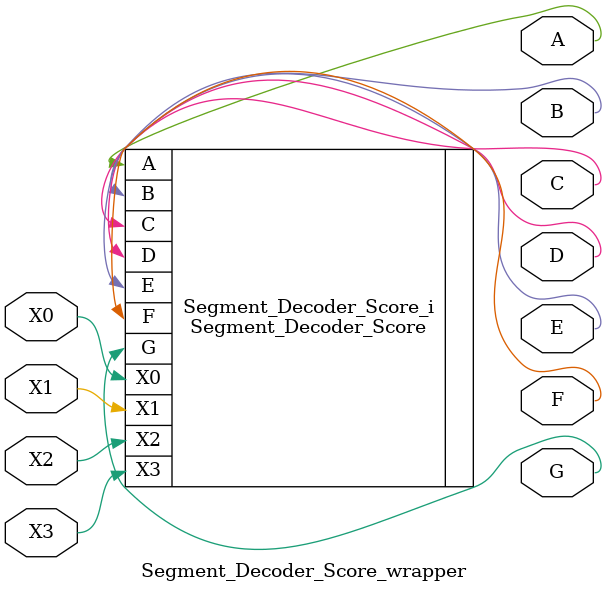
<source format=v>
`timescale 1 ps / 1 ps

module Segment_Decoder_Score_wrapper
   (A,
    B,
    C,
    D,
    E,
    F,
    G,
    X0,
    X1,
    X2,
    X3);
  output A;
  output B;
  output C;
  output D;
  output E;
  output F;
  output G;
  input X0;
  input X1;
  input X2;
  input X3;

  wire A;
  wire B;
  wire C;
  wire D;
  wire E;
  wire F;
  wire G;
  wire X0;
  wire X1;
  wire X2;
  wire X3;

  Segment_Decoder_Score Segment_Decoder_Score_i
       (.A(A),
        .B(B),
        .C(C),
        .D(D),
        .E(E),
        .F(F),
        .G(G),
        .X0(X0),
        .X1(X1),
        .X2(X2),
        .X3(X3));
endmodule

</source>
